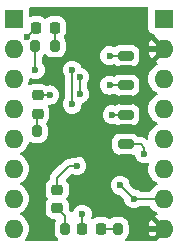
<source format=gbr>
%TF.GenerationSoftware,KiCad,Pcbnew,7.0.8*%
%TF.CreationDate,2023-12-24T03:51:33-08:00*%
%TF.ProjectId,STD Teknic Converter - R1,53544420-5465-46b6-9e69-6320436f6e76,rev?*%
%TF.SameCoordinates,Original*%
%TF.FileFunction,Copper,L1,Top*%
%TF.FilePolarity,Positive*%
%FSLAX46Y46*%
G04 Gerber Fmt 4.6, Leading zero omitted, Abs format (unit mm)*
G04 Created by KiCad (PCBNEW 7.0.8) date 2023-12-24 03:51:33*
%MOMM*%
%LPD*%
G01*
G04 APERTURE LIST*
G04 Aperture macros list*
%AMRoundRect*
0 Rectangle with rounded corners*
0 $1 Rounding radius*
0 $2 $3 $4 $5 $6 $7 $8 $9 X,Y pos of 4 corners*
0 Add a 4 corners polygon primitive as box body*
4,1,4,$2,$3,$4,$5,$6,$7,$8,$9,$2,$3,0*
0 Add four circle primitives for the rounded corners*
1,1,$1+$1,$2,$3*
1,1,$1+$1,$4,$5*
1,1,$1+$1,$6,$7*
1,1,$1+$1,$8,$9*
0 Add four rect primitives between the rounded corners*
20,1,$1+$1,$2,$3,$4,$5,0*
20,1,$1+$1,$4,$5,$6,$7,0*
20,1,$1+$1,$6,$7,$8,$9,0*
20,1,$1+$1,$8,$9,$2,$3,0*%
G04 Aperture macros list end*
%TA.AperFunction,ComponentPad*%
%ADD10R,1.600000X1.600000*%
%TD*%
%TA.AperFunction,ComponentPad*%
%ADD11O,1.600000X1.600000*%
%TD*%
%TA.AperFunction,SMDPad,CuDef*%
%ADD12RoundRect,0.218750X0.218750X0.256250X-0.218750X0.256250X-0.218750X-0.256250X0.218750X-0.256250X0*%
%TD*%
%TA.AperFunction,SMDPad,CuDef*%
%ADD13RoundRect,0.200000X0.200000X0.275000X-0.200000X0.275000X-0.200000X-0.275000X0.200000X-0.275000X0*%
%TD*%
%TA.AperFunction,SMDPad,CuDef*%
%ADD14RoundRect,0.218750X0.256250X-0.218750X0.256250X0.218750X-0.256250X0.218750X-0.256250X-0.218750X0*%
%TD*%
%TA.AperFunction,SMDPad,CuDef*%
%ADD15RoundRect,0.200000X-0.200000X-0.275000X0.200000X-0.275000X0.200000X0.275000X-0.200000X0.275000X0*%
%TD*%
%TA.AperFunction,SMDPad,CuDef*%
%ADD16RoundRect,0.250001X-1.249999X0.799999X-1.249999X-0.799999X1.249999X-0.799999X1.249999X0.799999X0*%
%TD*%
%TA.AperFunction,SMDPad,CuDef*%
%ADD17RoundRect,0.200000X-0.450000X0.200000X-0.450000X-0.200000X0.450000X-0.200000X0.450000X0.200000X0*%
%TD*%
%TA.AperFunction,ViaPad*%
%ADD18C,0.600000*%
%TD*%
%TA.AperFunction,Conductor*%
%ADD19C,0.381000*%
%TD*%
%TA.AperFunction,Conductor*%
%ADD20C,0.200000*%
%TD*%
G04 APERTURE END LIST*
D10*
%TO.P,A1,J1-1,~{ENABLE}*%
%TO.N,/\u005CENABLE*%
X31880000Y140465000D03*
D11*
%TO.P,A1,J1-2,MS1*%
%TO.N,unconnected-(A1-MS1-PadJ1-2)*%
X31880000Y137925000D03*
%TO.P,A1,J1-3,MS2*%
%TO.N,unconnected-(A1-MS2-PadJ1-3)*%
X31880000Y135385000D03*
%TO.P,A1,J1-4,PDN/UART_RX*%
%TO.N,unconnected-(A1-PDN{slash}UART_RX-PadJ1-4)*%
X31880000Y132845000D03*
%TO.P,A1,J1-5,PDN/UART_TX*%
%TO.N,unconnected-(A1-PDN{slash}UART_TX-PadJ1-5)*%
X31880000Y130305000D03*
%TO.P,A1,J1-6,CLK*%
%TO.N,/DIAG*%
X31880000Y127765000D03*
%TO.P,A1,J1-7,STEP*%
%TO.N,/STEP*%
X31880000Y125225000D03*
%TO.P,A1,J1-8,DIR*%
%TO.N,/DIR*%
X31880000Y122685000D03*
D10*
%TO.P,A1,J2-1,VMOT*%
%TO.N,unconnected-(A1-VMOT-PadJ2-1)*%
X44580000Y140465000D03*
D11*
%TO.P,A1,J2-2,GND*%
%TO.N,GND*%
X44580000Y137925000D03*
%TO.P,A1,J2-3,A2*%
%TO.N,unconnected-(A1-A2-PadJ2-3)*%
X44580000Y135385000D03*
%TO.P,A1,J2-4,A1*%
%TO.N,unconnected-(A1-A1-PadJ2-4)*%
X44580000Y132845000D03*
%TO.P,A1,J2-5,B1*%
%TO.N,unconnected-(A1-B1-PadJ2-5)*%
X44580000Y130305000D03*
%TO.P,A1,J2-6,B2*%
%TO.N,unconnected-(A1-B2-PadJ2-6)*%
X44580000Y127765000D03*
%TO.P,A1,J2-7,VCC_IO*%
%TO.N,+5V*%
X44580000Y125225000D03*
%TO.P,A1,J2-8,GND*%
%TO.N,GND*%
X44580000Y122685000D03*
%TD*%
D12*
%TO.P,D1,1,K*%
%TO.N,Net-(D1-K)*%
X35357000Y139700000D03*
%TO.P,D1,2,A*%
%TO.N,+5V*%
X33782000Y139700000D03*
%TD*%
D13*
%TO.P,R5,1*%
%TO.N,GND*%
X42354000Y122682000D03*
%TO.P,R5,2*%
%TO.N,Net-(D3-K)*%
X40704000Y122682000D03*
%TD*%
D14*
%TO.P,D2,1,K*%
%TO.N,Net-(D2-K)*%
X35560000Y124434500D03*
%TO.P,D2,2,A*%
%TO.N,/B-STEP*%
X35560000Y126009500D03*
%TD*%
D15*
%TO.P,R4,1*%
%TO.N,GND*%
X34608000Y122682000D03*
%TO.P,R4,2*%
%TO.N,Net-(D2-K)*%
X36258000Y122682000D03*
%TD*%
D13*
%TO.P,R6,1*%
%TO.N,GND*%
X35496000Y130937000D03*
%TO.P,R6,2*%
%TO.N,Net-(D4-K)*%
X33846000Y130937000D03*
%TD*%
D15*
%TO.P,R3,1*%
%TO.N,/B-ENABLE*%
X33719000Y138176000D03*
%TO.P,R3,2*%
%TO.N,Net-(D1-K)*%
X35369000Y138176000D03*
%TD*%
D16*
%TO.P,J1,MP,Mount*%
%TO.N,GND*%
X38632000Y126044000D03*
X38632000Y139894000D03*
D17*
%TO.P,J1,8,Pin_8*%
X41382000Y128594000D03*
%TO.P,J1,7,Pin_7*%
%TO.N,/B-DIR*%
X41382000Y129844000D03*
%TO.P,J1,6,Pin_6*%
%TO.N,GND*%
X41382000Y131094000D03*
%TO.P,J1,5,Pin_5*%
%TO.N,/B-STEP*%
X41382000Y132344000D03*
%TO.P,J1,4,Pin_4*%
%TO.N,GND*%
X41382000Y133594000D03*
%TO.P,J1,3,Pin_3*%
%TO.N,/B-ENABLE*%
X41382000Y134844000D03*
%TO.P,J1,2,Pin_2*%
%TO.N,GND*%
X41382000Y136094000D03*
%TO.P,J1,1,Pin_1*%
%TO.N,/B-DIAG*%
X41382000Y137344000D03*
%TD*%
D12*
%TO.P,D3,1,K*%
%TO.N,Net-(D3-K)*%
X39268500Y122682000D03*
%TO.P,D3,2,A*%
%TO.N,/B-DIR*%
X37693500Y122682000D03*
%TD*%
D14*
%TO.P,D4,1,K*%
%TO.N,Net-(D4-K)*%
X33909000Y132435500D03*
%TO.P,D4,2,A*%
%TO.N,Net-(D4-A)*%
X33909000Y134010500D03*
%TD*%
D18*
%TO.N,/B-ENABLE*%
X33719000Y136144000D03*
%TO.N,Net-(D4-A)*%
X34925000Y134010500D03*
%TO.N,/B-STEP*%
X40229000Y132344000D03*
%TO.N,+5V*%
X33026506Y138947735D03*
%TO.N,GND*%
X37084000Y128905000D03*
%TO.N,/B-STEP*%
X37211000Y128016000D03*
%TO.N,Net-(D4-A)*%
X37480000Y134127000D03*
X37480000Y135524000D03*
%TO.N,+5V*%
X36830000Y133223000D03*
X40894000Y126365000D03*
X36830000Y136108500D03*
%TO.N,GND*%
X36830000Y139481500D03*
X33619500Y124587000D03*
%TO.N,/B-DIR*%
X37693500Y123926500D03*
%TO.N,/B-DIAG*%
X39995000Y137344000D03*
%TO.N,/B-ENABLE*%
X39995000Y134844000D03*
%TO.N,+5V*%
X42037000Y125222000D03*
%TO.N,/B-DIR*%
X42926000Y129032000D03*
%TD*%
D19*
%TO.N,GND*%
X44580000Y122685000D02*
X43815000Y121920000D01*
X43815000Y121920000D02*
X43053000Y121920000D01*
D20*
%TO.N,/B-ENABLE*%
X33719000Y138176000D02*
X33719000Y136144000D01*
%TO.N,+5V*%
X33029735Y138947735D02*
X33782000Y139700000D01*
X33026506Y138947735D02*
X33029735Y138947735D01*
%TO.N,Net-(D4-A)*%
X34925000Y134010500D02*
X33909000Y134010500D01*
%TO.N,/B-STEP*%
X40229000Y132344000D02*
X41382000Y132344000D01*
D19*
%TO.N,GND*%
X44580000Y122685000D02*
X43500500Y123764500D01*
X44580000Y137925000D02*
X43500500Y136845500D01*
X44580000Y137925000D02*
X43500500Y139004500D01*
D20*
%TO.N,/B-STEP*%
X36195000Y127635000D02*
X35560000Y127000000D01*
X35560000Y127000000D02*
X35560000Y126009500D01*
X36195000Y127635000D02*
X35941000Y127381000D01*
X36576000Y128016000D02*
X36195000Y127635000D01*
%TO.N,Net-(D2-K)*%
X36258000Y123736500D02*
X36258000Y122682000D01*
X35560000Y124434500D02*
X36258000Y123736500D01*
%TO.N,Net-(D1-K)*%
X35357000Y138188000D02*
X35369000Y138176000D01*
X35357000Y139700000D02*
X35357000Y138188000D01*
%TO.N,Net-(D4-A)*%
X33909000Y134010500D02*
X33934500Y134010500D01*
%TO.N,Net-(D4-K)*%
X33846000Y130937000D02*
X33846000Y132372500D01*
X33846000Y132372500D02*
X33909000Y132435500D01*
%TO.N,/B-STEP*%
X37211000Y128016000D02*
X36576000Y128016000D01*
%TO.N,Net-(D4-A)*%
X37480000Y135524000D02*
X37480000Y134127000D01*
%TO.N,+5V*%
X36830000Y133223000D02*
X36830000Y136108500D01*
X42037000Y125222000D02*
X40894000Y126365000D01*
X44577000Y125222000D02*
X42037000Y125222000D01*
X44580000Y125225000D02*
X44577000Y125222000D01*
%TO.N,Net-(D3-K)*%
X39268500Y122682000D02*
X40704000Y122682000D01*
%TO.N,/B-DIR*%
X37693500Y122682000D02*
X37693500Y123926500D01*
%TO.N,/B-DIAG*%
X41382000Y137344000D02*
X39995000Y137344000D01*
%TO.N,/B-ENABLE*%
X41382000Y134844000D02*
X39995000Y134844000D01*
%TO.N,/B-DIR*%
X42622000Y129844000D02*
X41382000Y129844000D01*
X42926000Y129540000D02*
X42622000Y129844000D01*
X42926000Y129032000D02*
X42926000Y129540000D01*
%TD*%
%TA.AperFunction,Conductor*%
%TO.N,GND*%
G36*
X43227053Y141465815D02*
G01*
X43272808Y141413011D01*
X43283303Y141348244D01*
X43279500Y141312881D01*
X43279500Y139617129D01*
X43279501Y139617123D01*
X43285908Y139557516D01*
X43336202Y139422671D01*
X43336206Y139422664D01*
X43422452Y139307455D01*
X43422455Y139307452D01*
X43537664Y139221206D01*
X43537671Y139221202D01*
X43672517Y139170908D01*
X43672516Y139170908D01*
X43708352Y139167056D01*
X43772903Y139140318D01*
X43812752Y139082926D01*
X43815245Y139013101D01*
X43779593Y138953012D01*
X43766221Y138942192D01*
X43741179Y138924657D01*
X43580342Y138763820D01*
X43449865Y138577482D01*
X43353734Y138371326D01*
X43353730Y138371317D01*
X43301127Y138175000D01*
X44264314Y138175000D01*
X44252359Y138163045D01*
X44194835Y138050148D01*
X44175014Y137925000D01*
X44194835Y137799852D01*
X44252359Y137686955D01*
X44264314Y137675000D01*
X43301128Y137675000D01*
X43353730Y137478682D01*
X43353734Y137478673D01*
X43449865Y137272517D01*
X43580342Y137086179D01*
X43741179Y136925342D01*
X43927515Y136794867D01*
X43985867Y136767657D01*
X44038306Y136721484D01*
X44057457Y136654290D01*
X44037241Y136587409D01*
X43985865Y136542893D01*
X43927266Y136515568D01*
X43845081Y136458022D01*
X43740858Y136385045D01*
X43579954Y136224141D01*
X43449432Y136037734D01*
X43449431Y136037732D01*
X43353261Y135831497D01*
X43353258Y135831488D01*
X43294366Y135611697D01*
X43294364Y135611686D01*
X43274532Y135385001D01*
X43274532Y135384998D01*
X43294364Y135158313D01*
X43294366Y135158302D01*
X43353258Y134938511D01*
X43353261Y134938502D01*
X43449431Y134732267D01*
X43449432Y134732265D01*
X43579954Y134545858D01*
X43740858Y134384954D01*
X43927265Y134254432D01*
X43927267Y134254431D01*
X43985275Y134227382D01*
X44037714Y134181209D01*
X44056866Y134114016D01*
X44036650Y134047135D01*
X43985275Y134002618D01*
X43927266Y133975568D01*
X43881468Y133943500D01*
X43740858Y133845045D01*
X43579954Y133684141D01*
X43449432Y133497734D01*
X43449431Y133497732D01*
X43353261Y133291497D01*
X43353258Y133291488D01*
X43294366Y133071697D01*
X43294364Y133071686D01*
X43274532Y132845001D01*
X43274532Y132844998D01*
X43294364Y132618313D01*
X43294366Y132618302D01*
X43353258Y132398511D01*
X43353261Y132398502D01*
X43449431Y132192267D01*
X43449432Y132192265D01*
X43579954Y132005858D01*
X43740858Y131844954D01*
X43927265Y131714432D01*
X43927267Y131714431D01*
X43985275Y131687382D01*
X44037714Y131641209D01*
X44056866Y131574016D01*
X44036650Y131507135D01*
X43985275Y131462618D01*
X43927266Y131435568D01*
X43893689Y131412057D01*
X43740858Y131305045D01*
X43579954Y131144141D01*
X43449432Y130957734D01*
X43449431Y130957732D01*
X43353261Y130751497D01*
X43353258Y130751488D01*
X43294366Y130531697D01*
X43294364Y130531687D01*
X43276801Y130330943D01*
X43251348Y130265875D01*
X43194757Y130224896D01*
X43124995Y130221018D01*
X43064211Y130255472D01*
X43054907Y130266254D01*
X43050282Y130272282D01*
X42924841Y130368536D01*
X42778762Y130429044D01*
X42661361Y130444500D01*
X42622000Y130449682D01*
X42586670Y130445030D01*
X42578572Y130444500D01*
X42473520Y130444500D01*
X42406481Y130464185D01*
X42385839Y130480819D01*
X42267189Y130599468D01*
X42267188Y130599469D01*
X42267185Y130599472D01*
X42121606Y130687478D01*
X41959196Y130738086D01*
X41888616Y130744500D01*
X40875384Y130744500D01*
X40804804Y130738086D01*
X40642394Y130687478D01*
X40496815Y130599472D01*
X40496813Y130599470D01*
X40496811Y130599469D01*
X40376530Y130479188D01*
X40288522Y130333606D01*
X40237913Y130171192D01*
X40235606Y130145802D01*
X40232038Y130106530D01*
X40231500Y130100613D01*
X40231500Y129587386D01*
X40237913Y129516807D01*
X40288522Y129354393D01*
X40376530Y129208811D01*
X40496811Y129088530D01*
X40642393Y129000522D01*
X40804807Y128949913D01*
X40856145Y128945248D01*
X40875384Y128943500D01*
X40875387Y128943500D01*
X41888613Y128943500D01*
X41888616Y128943500D01*
X41959196Y128949914D01*
X41980598Y128956583D01*
X42050458Y128957733D01*
X42109850Y128920931D01*
X42139917Y128857862D01*
X42140591Y128852919D01*
X42140629Y128852753D01*
X42200210Y128682478D01*
X42296184Y128529737D01*
X42423737Y128402184D01*
X42576476Y128306211D01*
X42746745Y128246631D01*
X42746750Y128246630D01*
X42925996Y128226435D01*
X42926000Y128226435D01*
X42926004Y128226435D01*
X43105249Y128246630D01*
X43105257Y128246632D01*
X43167855Y128268536D01*
X43237634Y128272097D01*
X43298261Y128237368D01*
X43330488Y128175374D01*
X43328584Y128119401D01*
X43294366Y127991697D01*
X43294364Y127991686D01*
X43274532Y127765001D01*
X43274532Y127764998D01*
X43294364Y127538313D01*
X43294366Y127538302D01*
X43353258Y127318511D01*
X43353260Y127318506D01*
X43353261Y127318504D01*
X43369905Y127282812D01*
X43449431Y127112267D01*
X43449432Y127112265D01*
X43579954Y126925858D01*
X43740858Y126764954D01*
X43927265Y126634432D01*
X43927267Y126634431D01*
X43985275Y126607382D01*
X44037714Y126561209D01*
X44056866Y126494016D01*
X44036650Y126427135D01*
X43985275Y126382618D01*
X43927266Y126355568D01*
X43893689Y126332057D01*
X43740858Y126225045D01*
X43579954Y126064141D01*
X43447782Y125875377D01*
X43393206Y125831752D01*
X43346207Y125822500D01*
X42619412Y125822500D01*
X42552373Y125842185D01*
X42542097Y125849555D01*
X42539267Y125851810D01*
X42539262Y125851816D01*
X42386522Y125947789D01*
X42216255Y126007368D01*
X42129329Y126017161D01*
X42064918Y126044226D01*
X42055543Y126052690D01*
X41724698Y126383535D01*
X41691215Y126444856D01*
X41689163Y126457311D01*
X41679368Y126544255D01*
X41619789Y126714522D01*
X41523816Y126867262D01*
X41396262Y126994816D01*
X41243522Y127090789D01*
X41073255Y127150368D01*
X41073252Y127150368D01*
X41073249Y127150369D01*
X40894004Y127170565D01*
X40893996Y127170565D01*
X40714750Y127150369D01*
X40714745Y127150368D01*
X40544478Y127090789D01*
X40391738Y126994816D01*
X40391737Y126994815D01*
X40264184Y126867262D01*
X40168211Y126714523D01*
X40108631Y126544254D01*
X40108630Y126544249D01*
X40088435Y126365003D01*
X40088435Y126364996D01*
X40108630Y126185750D01*
X40108631Y126185745D01*
X40168211Y126015476D01*
X40264184Y125862737D01*
X40391737Y125735184D01*
X40544478Y125639210D01*
X40714750Y125579630D01*
X40801668Y125569837D01*
X40866082Y125542770D01*
X40875465Y125534298D01*
X41206298Y125203465D01*
X41239783Y125142142D01*
X41241837Y125129668D01*
X41251630Y125042750D01*
X41311210Y124872478D01*
X41407184Y124719737D01*
X41534737Y124592184D01*
X41687476Y124496211D01*
X41857745Y124436631D01*
X41857750Y124436630D01*
X42036996Y124416435D01*
X42037000Y124416435D01*
X42037004Y124416435D01*
X42216249Y124436630D01*
X42216254Y124436631D01*
X42386523Y124496211D01*
X42507561Y124572265D01*
X42539262Y124592184D01*
X42539263Y124592185D01*
X42542097Y124594445D01*
X42544275Y124595334D01*
X42545158Y124595889D01*
X42545255Y124595734D01*
X42606783Y124620855D01*
X42619412Y124621500D01*
X43350408Y124621500D01*
X43417447Y124601815D01*
X43451983Y124568623D01*
X43579954Y124385858D01*
X43740858Y124224954D01*
X43927264Y124094433D01*
X43927265Y124094432D01*
X43927266Y124094432D01*
X43985867Y124067105D01*
X44038306Y124020933D01*
X44057457Y123953739D01*
X44037241Y123886858D01*
X43985865Y123842342D01*
X43927520Y123815135D01*
X43927518Y123815134D01*
X43741179Y123684657D01*
X43580342Y123523820D01*
X43449865Y123337482D01*
X43353734Y123131326D01*
X43353730Y123131317D01*
X43301127Y122935000D01*
X44264314Y122935000D01*
X44252359Y122923045D01*
X44194835Y122810148D01*
X44175014Y122685000D01*
X44194835Y122559852D01*
X44252359Y122446955D01*
X44264314Y122435000D01*
X43301128Y122435000D01*
X43353730Y122238682D01*
X43353734Y122238673D01*
X43449865Y122032517D01*
X43575130Y121853624D01*
X43597457Y121787418D01*
X43580447Y121719651D01*
X43529499Y121671837D01*
X43473555Y121658500D01*
X41445520Y121658500D01*
X41378481Y121678185D01*
X41332726Y121730989D01*
X41322782Y121800147D01*
X41351807Y121863703D01*
X41357839Y121870181D01*
X41459469Y121971811D01*
X41459470Y121971813D01*
X41459472Y121971815D01*
X41547478Y122117394D01*
X41598086Y122279804D01*
X41604500Y122350384D01*
X41604500Y123013616D01*
X41598086Y123084196D01*
X41547478Y123246606D01*
X41459472Y123392185D01*
X41339185Y123512472D01*
X41193606Y123600478D01*
X41031196Y123651086D01*
X40960616Y123657500D01*
X40447384Y123657500D01*
X40376804Y123651086D01*
X40214394Y123600478D01*
X40068815Y123512472D01*
X40068813Y123512470D01*
X40062396Y123508591D01*
X40060756Y123511302D01*
X40009233Y123490756D01*
X39940644Y123504070D01*
X39932532Y123508660D01*
X39793287Y123594549D01*
X39633685Y123647436D01*
X39535174Y123657500D01*
X39001826Y123657500D01*
X38903315Y123647436D01*
X38743713Y123594549D01*
X38743708Y123594546D01*
X38743704Y123594544D01*
X38635475Y123527787D01*
X38568083Y123509346D01*
X38501419Y123530268D01*
X38456650Y123583910D01*
X38447988Y123653241D01*
X38453337Y123674280D01*
X38478866Y123747237D01*
X38478869Y123747250D01*
X38499065Y123926496D01*
X38499065Y123926503D01*
X38478869Y124105749D01*
X38478868Y124105754D01*
X38478265Y124107477D01*
X38419289Y124276022D01*
X38323316Y124428762D01*
X38195762Y124556316D01*
X38043022Y124652289D01*
X37872755Y124711868D01*
X37872752Y124711868D01*
X37872749Y124711869D01*
X37693504Y124732065D01*
X37693496Y124732065D01*
X37514250Y124711869D01*
X37514245Y124711868D01*
X37343978Y124652289D01*
X37191238Y124556316D01*
X37191237Y124556315D01*
X37063684Y124428762D01*
X36967709Y124276019D01*
X36928600Y124164253D01*
X36887879Y124107477D01*
X36822926Y124081730D01*
X36754364Y124095186D01*
X36713172Y124129736D01*
X36710450Y124133285D01*
X36686282Y124164782D01*
X36658002Y124186480D01*
X36651911Y124191823D01*
X36603054Y124240680D01*
X36571817Y124271917D01*
X36538334Y124333240D01*
X36535500Y124359597D01*
X36535500Y124701168D01*
X36535499Y124701181D01*
X36533603Y124719737D01*
X36525436Y124799685D01*
X36472549Y124959287D01*
X36384281Y125102391D01*
X36352353Y125134319D01*
X36318868Y125195642D01*
X36323852Y125265334D01*
X36352353Y125309681D01*
X36384280Y125341608D01*
X36384283Y125341612D01*
X36472544Y125484704D01*
X36472545Y125484707D01*
X36472549Y125484713D01*
X36525436Y125644315D01*
X36535500Y125742826D01*
X36535500Y126276174D01*
X36525436Y126374685D01*
X36472549Y126534287D01*
X36384281Y126677391D01*
X36323131Y126738540D01*
X36289649Y126799859D01*
X36294633Y126869551D01*
X36323134Y126913899D01*
X36692047Y127282812D01*
X36753370Y127316297D01*
X36823062Y127311313D01*
X36845699Y127300125D01*
X36861478Y127290209D01*
X37031737Y127230633D01*
X37031750Y127230630D01*
X37210996Y127210435D01*
X37211000Y127210435D01*
X37211004Y127210435D01*
X37390249Y127230630D01*
X37390254Y127230631D01*
X37560523Y127290211D01*
X37713262Y127386184D01*
X37840815Y127513737D01*
X37856251Y127538302D01*
X37936789Y127666478D01*
X37996368Y127836745D01*
X37996369Y127836750D01*
X38016565Y128015996D01*
X38016565Y128016003D01*
X37996369Y128195249D01*
X37996368Y128195254D01*
X37996368Y128195255D01*
X37936789Y128365522D01*
X37840816Y128518262D01*
X37713262Y128645816D01*
X37560522Y128741789D01*
X37390255Y128801368D01*
X37390252Y128801368D01*
X37390249Y128801369D01*
X37211004Y128821565D01*
X37210996Y128821565D01*
X37031750Y128801369D01*
X37031745Y128801368D01*
X36861478Y128741789D01*
X36708738Y128645816D01*
X36708736Y128645814D01*
X36705903Y128643555D01*
X36703724Y128642665D01*
X36702842Y128642111D01*
X36702744Y128642265D01*
X36641217Y128617145D01*
X36628588Y128616500D01*
X36619428Y128616500D01*
X36611329Y128617030D01*
X36576000Y128621682D01*
X36536639Y128616500D01*
X36419238Y128601044D01*
X36273159Y128540536D01*
X36147718Y128444282D01*
X36126022Y128416007D01*
X36120669Y128409904D01*
X35798215Y128087450D01*
X35166085Y127455320D01*
X35159995Y127449980D01*
X35131718Y127428282D01*
X35131717Y127428281D01*
X35047482Y127318503D01*
X35035463Y127302840D01*
X35035462Y127302840D01*
X34974957Y127156765D01*
X34974955Y127156760D01*
X34954318Y127000001D01*
X34954318Y126999999D01*
X34958969Y126964673D01*
X34959500Y126956571D01*
X34959500Y126930185D01*
X34939815Y126863146D01*
X34900598Y126824647D01*
X34854609Y126796281D01*
X34854607Y126796279D01*
X34735719Y126677391D01*
X34735716Y126677387D01*
X34647455Y126534295D01*
X34647452Y126534289D01*
X34647451Y126534287D01*
X34594564Y126374685D01*
X34594564Y126374683D01*
X34594563Y126374683D01*
X34584500Y126276181D01*
X34584500Y125742818D01*
X34594563Y125644316D01*
X34647450Y125484715D01*
X34647455Y125484704D01*
X34735716Y125341612D01*
X34735719Y125341608D01*
X34767647Y125309681D01*
X34801132Y125248358D01*
X34796148Y125178666D01*
X34767647Y125134319D01*
X34735719Y125102391D01*
X34735716Y125102387D01*
X34647455Y124959295D01*
X34647452Y124959289D01*
X34647451Y124959287D01*
X34594564Y124799685D01*
X34594564Y124799683D01*
X34594563Y124799683D01*
X34584500Y124701181D01*
X34584500Y124167818D01*
X34594563Y124069316D01*
X34647450Y123909715D01*
X34647455Y123909704D01*
X34735716Y123766612D01*
X34735719Y123766608D01*
X34854608Y123647719D01*
X34854612Y123647716D01*
X34997704Y123559455D01*
X34997715Y123559450D01*
X35076212Y123533439D01*
X35157315Y123506564D01*
X35157316Y123506563D01*
X35255818Y123496500D01*
X35255826Y123496500D01*
X35345731Y123496500D01*
X35412770Y123476815D01*
X35458525Y123424011D01*
X35468469Y123354853D01*
X35451848Y123308351D01*
X35414522Y123246606D01*
X35378651Y123131488D01*
X35363913Y123084192D01*
X35357500Y123013613D01*
X35357500Y122350386D01*
X35363913Y122279807D01*
X35414522Y122117393D01*
X35502530Y121971811D01*
X35502531Y121971810D01*
X35604161Y121870181D01*
X35637646Y121808858D01*
X35632662Y121739166D01*
X35590790Y121683233D01*
X35525326Y121658816D01*
X35516480Y121658500D01*
X32987057Y121658500D01*
X32920018Y121678185D01*
X32874263Y121730989D01*
X32864319Y121800147D01*
X32885482Y121853623D01*
X32932544Y121920835D01*
X33010568Y122032266D01*
X33106739Y122238504D01*
X33165635Y122458308D01*
X33185468Y122685000D01*
X33165635Y122911692D01*
X33106739Y123131496D01*
X33010568Y123337734D01*
X32880047Y123524139D01*
X32719139Y123685047D01*
X32532734Y123815568D01*
X32474724Y123842618D01*
X32422285Y123888790D01*
X32403133Y123955983D01*
X32423348Y124022865D01*
X32474725Y124067382D01*
X32478871Y124069315D01*
X32532734Y124094432D01*
X32533811Y124095186D01*
X32719141Y124224954D01*
X32880045Y124385858D01*
X33010567Y124572265D01*
X33010568Y124572266D01*
X33106739Y124778504D01*
X33165635Y124998308D01*
X33185206Y125222000D01*
X33185468Y125224998D01*
X33185468Y125225001D01*
X33175266Y125341612D01*
X33165635Y125451692D01*
X33106739Y125671496D01*
X33010568Y125877734D01*
X32880047Y126064139D01*
X32719139Y126225047D01*
X32532734Y126355568D01*
X32474724Y126382618D01*
X32422285Y126428790D01*
X32403133Y126495983D01*
X32423348Y126562865D01*
X32474725Y126607382D01*
X32532728Y126634429D01*
X32532734Y126634432D01*
X32719141Y126764954D01*
X32880045Y126925858D01*
X32928329Y126994816D01*
X33010568Y127112266D01*
X33106739Y127318504D01*
X33165635Y127538308D01*
X33185468Y127765000D01*
X33165635Y127991692D01*
X33106739Y128211496D01*
X33010568Y128417734D01*
X32880047Y128604139D01*
X32719139Y128765047D01*
X32532734Y128895568D01*
X32474724Y128922618D01*
X32422285Y128968790D01*
X32403133Y129035983D01*
X32423348Y129102865D01*
X32474725Y129147382D01*
X32532728Y129174429D01*
X32532734Y129174432D01*
X32719141Y129304954D01*
X32880045Y129465858D01*
X32915719Y129516807D01*
X33010568Y129652266D01*
X33106739Y129858504D01*
X33135731Y129966707D01*
X33172095Y130026366D01*
X33234942Y130056896D01*
X33304318Y130048602D01*
X33319654Y130040731D01*
X33356392Y130018523D01*
X33356394Y130018522D01*
X33416329Y129999846D01*
X33518807Y129967913D01*
X33570145Y129963248D01*
X33589384Y129961500D01*
X33589387Y129961500D01*
X34102613Y129961500D01*
X34102616Y129961500D01*
X34123778Y129963423D01*
X34173192Y129967913D01*
X34173194Y129967913D01*
X34173196Y129967914D01*
X34335606Y130018522D01*
X34481185Y130106528D01*
X34481188Y130106530D01*
X34601469Y130226811D01*
X34601470Y130226813D01*
X34601472Y130226815D01*
X34689478Y130372394D01*
X34740086Y130534804D01*
X34746500Y130605384D01*
X34746500Y131268616D01*
X34740086Y131339196D01*
X34689478Y131501606D01*
X34656019Y131556952D01*
X34638183Y131624506D01*
X34659700Y131690980D01*
X34674455Y131708783D01*
X34733280Y131767608D01*
X34733283Y131767612D01*
X34821544Y131910704D01*
X34821545Y131910707D01*
X34821549Y131910713D01*
X34874436Y132070315D01*
X34884500Y132168826D01*
X34884500Y132343996D01*
X39423435Y132343996D01*
X39443630Y132164750D01*
X39443631Y132164745D01*
X39503211Y131994476D01*
X39599184Y131841737D01*
X39726737Y131714184D01*
X39879476Y131618211D01*
X40049745Y131558631D01*
X40049750Y131558630D01*
X40228996Y131538435D01*
X40229000Y131538435D01*
X40229004Y131538435D01*
X40408249Y131558630D01*
X40408257Y131558632D01*
X40440547Y131569931D01*
X40510326Y131573492D01*
X40545648Y131559007D01*
X40579679Y131538435D01*
X40642393Y131500522D01*
X40804807Y131449913D01*
X40856145Y131445248D01*
X40875384Y131443500D01*
X40875387Y131443500D01*
X41888613Y131443500D01*
X41888616Y131443500D01*
X41909778Y131445423D01*
X41959192Y131449913D01*
X41959194Y131449913D01*
X41959196Y131449914D01*
X42121606Y131500522D01*
X42267185Y131588528D01*
X42267188Y131588530D01*
X42387469Y131708811D01*
X42387470Y131708813D01*
X42387472Y131708815D01*
X42475478Y131854394D01*
X42526086Y132016804D01*
X42532500Y132087384D01*
X42532500Y132600616D01*
X42526086Y132671196D01*
X42475478Y132833606D01*
X42387472Y132979185D01*
X42267185Y133099472D01*
X42121606Y133187478D01*
X41959196Y133238086D01*
X41888616Y133244500D01*
X40875384Y133244500D01*
X40804804Y133238086D01*
X40642394Y133187478D01*
X40545648Y133128992D01*
X40478094Y133111157D01*
X40440547Y133118067D01*
X40408255Y133129368D01*
X40408247Y133129368D01*
X40408247Y133129369D01*
X40229004Y133149565D01*
X40228996Y133149565D01*
X40049750Y133129369D01*
X40049745Y133129368D01*
X39879478Y133069789D01*
X39726738Y132973816D01*
X39726737Y132973815D01*
X39599184Y132846262D01*
X39503211Y132693523D01*
X39443631Y132523254D01*
X39443630Y132523249D01*
X39423435Y132344003D01*
X39423435Y132343996D01*
X34884500Y132343996D01*
X34884500Y132702174D01*
X34874436Y132800685D01*
X34821549Y132960287D01*
X34785401Y133018891D01*
X34766961Y133086281D01*
X34787883Y133152945D01*
X34841524Y133197715D01*
X34904819Y133207208D01*
X34924999Y133204935D01*
X34925000Y133204935D01*
X34925004Y133204935D01*
X35085308Y133222996D01*
X36024435Y133222996D01*
X36044630Y133043750D01*
X36044631Y133043745D01*
X36104211Y132873476D01*
X36200184Y132720737D01*
X36327737Y132593184D01*
X36480476Y132497211D01*
X36650745Y132437631D01*
X36650750Y132437630D01*
X36829996Y132417435D01*
X36830000Y132417435D01*
X36830004Y132417435D01*
X37009249Y132437630D01*
X37009254Y132437631D01*
X37179523Y132497211D01*
X37332262Y132593184D01*
X37459815Y132720737D01*
X37555788Y132873476D01*
X37592779Y132979188D01*
X37615368Y133043745D01*
X37615369Y133043750D01*
X37635565Y133222996D01*
X37635565Y133223000D01*
X37634676Y133230890D01*
X37646730Y133299712D01*
X37694078Y133351092D01*
X37716941Y133361816D01*
X37829519Y133401209D01*
X37982262Y133497184D01*
X38109815Y133624737D01*
X38128786Y133654928D01*
X38166582Y133715080D01*
X38205788Y133777476D01*
X38215564Y133805412D01*
X38265368Y133947745D01*
X38265369Y133947750D01*
X38285565Y134126996D01*
X38285565Y134127003D01*
X38265369Y134306249D01*
X38265368Y134306254D01*
X38263823Y134310669D01*
X38205789Y134476522D01*
X38109816Y134629262D01*
X38109810Y134629267D01*
X38107555Y134632097D01*
X38106665Y134634275D01*
X38106111Y134635158D01*
X38106265Y134635255D01*
X38081145Y134696783D01*
X38080500Y134709412D01*
X38080500Y134843996D01*
X39189435Y134843996D01*
X39209630Y134664750D01*
X39209631Y134664745D01*
X39269211Y134494476D01*
X39365184Y134341737D01*
X39492737Y134214184D01*
X39645476Y134118211D01*
X39815745Y134058631D01*
X39815750Y134058630D01*
X39994996Y134038435D01*
X39995000Y134038435D01*
X39995004Y134038435D01*
X40174249Y134058630D01*
X40174262Y134058633D01*
X40344512Y134118207D01*
X40344515Y134118208D01*
X40344522Y134118211D01*
X40344527Y134118214D01*
X40348005Y134119889D01*
X40350487Y134120297D01*
X40351094Y134120510D01*
X40351131Y134120403D01*
X40416946Y134131243D01*
X40481081Y134103522D01*
X40489488Y134095855D01*
X40496817Y134088526D01*
X40642393Y134000522D01*
X40804807Y133949913D01*
X40856145Y133945248D01*
X40875384Y133943500D01*
X40875387Y133943500D01*
X41888613Y133943500D01*
X41888616Y133943500D01*
X41909778Y133945423D01*
X41959192Y133949913D01*
X41959194Y133949913D01*
X41959196Y133949914D01*
X42121606Y134000522D01*
X42267185Y134088528D01*
X42267188Y134088530D01*
X42387469Y134208811D01*
X42387470Y134208813D01*
X42387472Y134208815D01*
X42475478Y134354394D01*
X42526086Y134516804D01*
X42532500Y134587384D01*
X42532500Y135100616D01*
X42526086Y135171196D01*
X42475478Y135333606D01*
X42387472Y135479185D01*
X42267185Y135599472D01*
X42121606Y135687478D01*
X41959196Y135738086D01*
X41888616Y135744500D01*
X40875384Y135744500D01*
X40804804Y135738086D01*
X40642394Y135687478D01*
X40496815Y135599472D01*
X40496813Y135599470D01*
X40496811Y135599469D01*
X40489490Y135592148D01*
X40428167Y135558663D01*
X40358475Y135563647D01*
X40347995Y135568115D01*
X40344534Y135569781D01*
X40344522Y135569789D01*
X40224756Y135611697D01*
X40174262Y135629366D01*
X40174258Y135629366D01*
X40174255Y135629368D01*
X40174251Y135629368D01*
X40174249Y135629369D01*
X39995004Y135649565D01*
X39994996Y135649565D01*
X39815750Y135629369D01*
X39815745Y135629368D01*
X39645478Y135569789D01*
X39645476Y135569788D01*
X39583080Y135530582D01*
X39492738Y135473816D01*
X39492737Y135473815D01*
X39365184Y135346262D01*
X39269211Y135193523D01*
X39209631Y135023254D01*
X39209630Y135023249D01*
X39189435Y134844003D01*
X39189435Y134843996D01*
X38080500Y134843996D01*
X38080500Y134941587D01*
X38100185Y135008626D01*
X38107550Y135018896D01*
X38109813Y135021734D01*
X38110769Y135023254D01*
X38195632Y135158313D01*
X38205788Y135174476D01*
X38265368Y135344745D01*
X38265369Y135344750D01*
X38285565Y135523996D01*
X38285565Y135524003D01*
X38265369Y135703249D01*
X38265368Y135703254D01*
X38253180Y135738086D01*
X38205789Y135873522D01*
X38109816Y136026262D01*
X37982262Y136153816D01*
X37829522Y136249789D01*
X37659255Y136309368D01*
X37659254Y136309368D01*
X37656991Y136310160D01*
X37600215Y136350882D01*
X37580903Y136386248D01*
X37555789Y136458022D01*
X37459816Y136610762D01*
X37332262Y136738316D01*
X37179522Y136834289D01*
X37009255Y136893868D01*
X37009252Y136893868D01*
X37009249Y136893869D01*
X36830004Y136914065D01*
X36829996Y136914065D01*
X36650750Y136893869D01*
X36650745Y136893868D01*
X36480478Y136834289D01*
X36327738Y136738316D01*
X36327737Y136738315D01*
X36200184Y136610762D01*
X36104211Y136458023D01*
X36044631Y136287754D01*
X36044630Y136287749D01*
X36024435Y136108503D01*
X36024435Y136108496D01*
X36044630Y135929250D01*
X36044631Y135929245D01*
X36104211Y135758976D01*
X36200186Y135606234D01*
X36202450Y135603396D01*
X36203340Y135601215D01*
X36203889Y135600342D01*
X36203735Y135600245D01*
X36228856Y135538709D01*
X36229500Y135526087D01*
X36229500Y133805412D01*
X36209815Y133738373D01*
X36202445Y133728097D01*
X36200185Y133725263D01*
X36104211Y133572523D01*
X36044631Y133402254D01*
X36044630Y133402249D01*
X36024435Y133223003D01*
X36024435Y133222996D01*
X35085308Y133222996D01*
X35104249Y133225130D01*
X35104254Y133225131D01*
X35274523Y133284711D01*
X35427262Y133380684D01*
X35554815Y133508237D01*
X35650788Y133660976D01*
X35710368Y133831245D01*
X35710369Y133831250D01*
X35730565Y134010496D01*
X35730565Y134010503D01*
X35710369Y134189749D01*
X35710368Y134189754D01*
X35703700Y134208811D01*
X35650789Y134360022D01*
X35554816Y134512762D01*
X35427262Y134640316D01*
X35274522Y134736289D01*
X35104255Y134795868D01*
X35104252Y134795868D01*
X35104249Y134795869D01*
X34925004Y134816065D01*
X34924996Y134816065D01*
X34745752Y134795869D01*
X34745751Y134795868D01*
X34745745Y134795868D01*
X34719161Y134786565D01*
X34649388Y134783003D01*
X34613118Y134798065D01*
X34471287Y134885549D01*
X34311685Y134938436D01*
X34213174Y134948500D01*
X33604826Y134948500D01*
X33506315Y134938436D01*
X33346713Y134885549D01*
X33346708Y134885546D01*
X33346704Y134885544D01*
X33307882Y134861598D01*
X33240490Y134843157D01*
X33173826Y134864079D01*
X33129057Y134917721D01*
X33120395Y134987052D01*
X33123010Y134999229D01*
X33129446Y135023249D01*
X33165635Y135158308D01*
X33180125Y135323931D01*
X33205577Y135389000D01*
X33262168Y135429979D01*
X33331930Y135433857D01*
X33363032Y135420871D01*
X33363205Y135421231D01*
X33369470Y135418213D01*
X33539745Y135358631D01*
X33539750Y135358630D01*
X33718996Y135338435D01*
X33719000Y135338435D01*
X33719004Y135338435D01*
X33898249Y135358630D01*
X33898254Y135358631D01*
X34068523Y135418211D01*
X34221262Y135514184D01*
X34348815Y135641737D01*
X34444788Y135794476D01*
X34457743Y135831497D01*
X34504368Y135964745D01*
X34504369Y135964750D01*
X34524565Y136143996D01*
X34524565Y136144003D01*
X34504369Y136323249D01*
X34504368Y136323254D01*
X34502939Y136327339D01*
X34444789Y136493522D01*
X34348816Y136646262D01*
X34348810Y136646267D01*
X34346555Y136649097D01*
X34345665Y136651275D01*
X34345111Y136652158D01*
X34345265Y136652255D01*
X34320145Y136713783D01*
X34319500Y136726412D01*
X34319500Y137259480D01*
X34339185Y137326519D01*
X34355819Y137347161D01*
X34456319Y137447661D01*
X34517642Y137481146D01*
X34587334Y137476162D01*
X34631681Y137447661D01*
X34733810Y137345531D01*
X34733811Y137345530D01*
X34879393Y137257522D01*
X35041807Y137206913D01*
X35093145Y137202248D01*
X35112384Y137200500D01*
X35112387Y137200500D01*
X35625613Y137200500D01*
X35625616Y137200500D01*
X35646778Y137202423D01*
X35696192Y137206913D01*
X35696194Y137206913D01*
X35696196Y137206914D01*
X35858606Y137257522D01*
X36001651Y137343996D01*
X39189435Y137343996D01*
X39209630Y137164750D01*
X39209631Y137164745D01*
X39269211Y136994476D01*
X39365184Y136841737D01*
X39492737Y136714184D01*
X39645476Y136618211D01*
X39815745Y136558631D01*
X39815750Y136558630D01*
X39994996Y136538435D01*
X39995000Y136538435D01*
X39995004Y136538435D01*
X40174249Y136558630D01*
X40174262Y136558633D01*
X40344512Y136618207D01*
X40344515Y136618208D01*
X40344522Y136618211D01*
X40344527Y136618214D01*
X40348005Y136619889D01*
X40350487Y136620297D01*
X40351094Y136620510D01*
X40351131Y136620403D01*
X40416946Y136631243D01*
X40481081Y136603522D01*
X40489488Y136595855D01*
X40496817Y136588526D01*
X40642393Y136500522D01*
X40804807Y136449913D01*
X40856145Y136445248D01*
X40875384Y136443500D01*
X40875387Y136443500D01*
X41888613Y136443500D01*
X41888616Y136443500D01*
X41909778Y136445423D01*
X41959192Y136449913D01*
X41959194Y136449913D01*
X41959196Y136449914D01*
X42121606Y136500522D01*
X42267185Y136588528D01*
X42267188Y136588530D01*
X42387469Y136708811D01*
X42387470Y136708813D01*
X42387472Y136708815D01*
X42475478Y136854394D01*
X42526086Y137016804D01*
X42532500Y137087384D01*
X42532500Y137600616D01*
X42526086Y137671196D01*
X42475478Y137833606D01*
X42387472Y137979185D01*
X42267185Y138099472D01*
X42121606Y138187478D01*
X41959196Y138238086D01*
X41888616Y138244500D01*
X40875384Y138244500D01*
X40804804Y138238086D01*
X40642394Y138187478D01*
X40496815Y138099472D01*
X40496813Y138099470D01*
X40496811Y138099469D01*
X40489490Y138092148D01*
X40428167Y138058663D01*
X40358475Y138063647D01*
X40347995Y138068115D01*
X40344534Y138069781D01*
X40344522Y138069789D01*
X40235534Y138107925D01*
X40174262Y138129366D01*
X40174258Y138129366D01*
X40174255Y138129368D01*
X40174251Y138129368D01*
X40174249Y138129369D01*
X39995004Y138149565D01*
X39994996Y138149565D01*
X39815750Y138129369D01*
X39815745Y138129368D01*
X39645478Y138069789D01*
X39645476Y138069788D01*
X39583080Y138030582D01*
X39492738Y137973816D01*
X39492737Y137973815D01*
X39365184Y137846262D01*
X39269211Y137693523D01*
X39209631Y137523254D01*
X39209630Y137523249D01*
X39189435Y137344003D01*
X39189435Y137343996D01*
X36001651Y137343996D01*
X36004185Y137345528D01*
X36004188Y137345530D01*
X36124469Y137465811D01*
X36124470Y137465813D01*
X36124472Y137465815D01*
X36212478Y137611394D01*
X36263086Y137773804D01*
X36269500Y137844384D01*
X36269500Y138507616D01*
X36263086Y138578196D01*
X36212478Y138740606D01*
X36140099Y138860334D01*
X36122264Y138927886D01*
X36140679Y138989579D01*
X36232044Y139137704D01*
X36232045Y139137707D01*
X36232049Y139137713D01*
X36284936Y139297315D01*
X36295000Y139395826D01*
X36295000Y140004174D01*
X36284936Y140102685D01*
X36232049Y140262287D01*
X36143781Y140405391D01*
X36024891Y140524281D01*
X35881787Y140612549D01*
X35722185Y140665436D01*
X35623674Y140675500D01*
X35090326Y140675500D01*
X34991815Y140665436D01*
X34832213Y140612549D01*
X34832207Y140612545D01*
X34832204Y140612544D01*
X34689112Y140524283D01*
X34689108Y140524280D01*
X34657181Y140492353D01*
X34595858Y140458868D01*
X34526166Y140463852D01*
X34481819Y140492353D01*
X34449891Y140524281D01*
X34306787Y140612549D01*
X34147185Y140665436D01*
X34048674Y140675500D01*
X33515326Y140675500D01*
X33416815Y140665436D01*
X33343500Y140641141D01*
X33273675Y140638740D01*
X33213633Y140674472D01*
X33182440Y140736992D01*
X33180499Y140758848D01*
X33180499Y141312870D01*
X33180499Y141312872D01*
X33176696Y141348246D01*
X33189102Y141417005D01*
X33236713Y141468142D01*
X33299986Y141485500D01*
X43160014Y141485500D01*
X43227053Y141465815D01*
G37*
%TD.AperFunction*%
%TD*%
M02*

</source>
